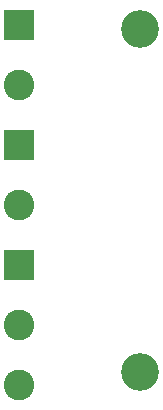
<source format=gbr>
%TF.GenerationSoftware,KiCad,Pcbnew,7.0.10*%
%TF.CreationDate,2024-02-14T16:45:12+01:00*%
%TF.ProjectId,turningLoopLDR,7475726e-696e-4674-9c6f-6f704c44522e,rev?*%
%TF.SameCoordinates,Original*%
%TF.FileFunction,Soldermask,Bot*%
%TF.FilePolarity,Negative*%
%FSLAX46Y46*%
G04 Gerber Fmt 4.6, Leading zero omitted, Abs format (unit mm)*
G04 Created by KiCad (PCBNEW 7.0.10) date 2024-02-14 16:45:12*
%MOMM*%
%LPD*%
G01*
G04 APERTURE LIST*
%ADD10C,3.200000*%
%ADD11R,2.600000X2.600000*%
%ADD12C,2.600000*%
G04 APERTURE END LIST*
D10*
%TO.C,REF\u002A\u002A*%
X192500000Y-164000000D03*
%TD*%
%TO.C,REF\u002A\u002A*%
X192500000Y-135000000D03*
%TD*%
D11*
%TO.C,J3*%
X182245000Y-134620000D03*
D12*
X182245000Y-139700000D03*
%TD*%
D11*
%TO.C,J2*%
X182245000Y-154940000D03*
D12*
X182245000Y-160020000D03*
X182245000Y-165100000D03*
%TD*%
D11*
%TO.C,J1*%
X182245000Y-144780000D03*
D12*
X182245000Y-149860000D03*
%TD*%
M02*

</source>
